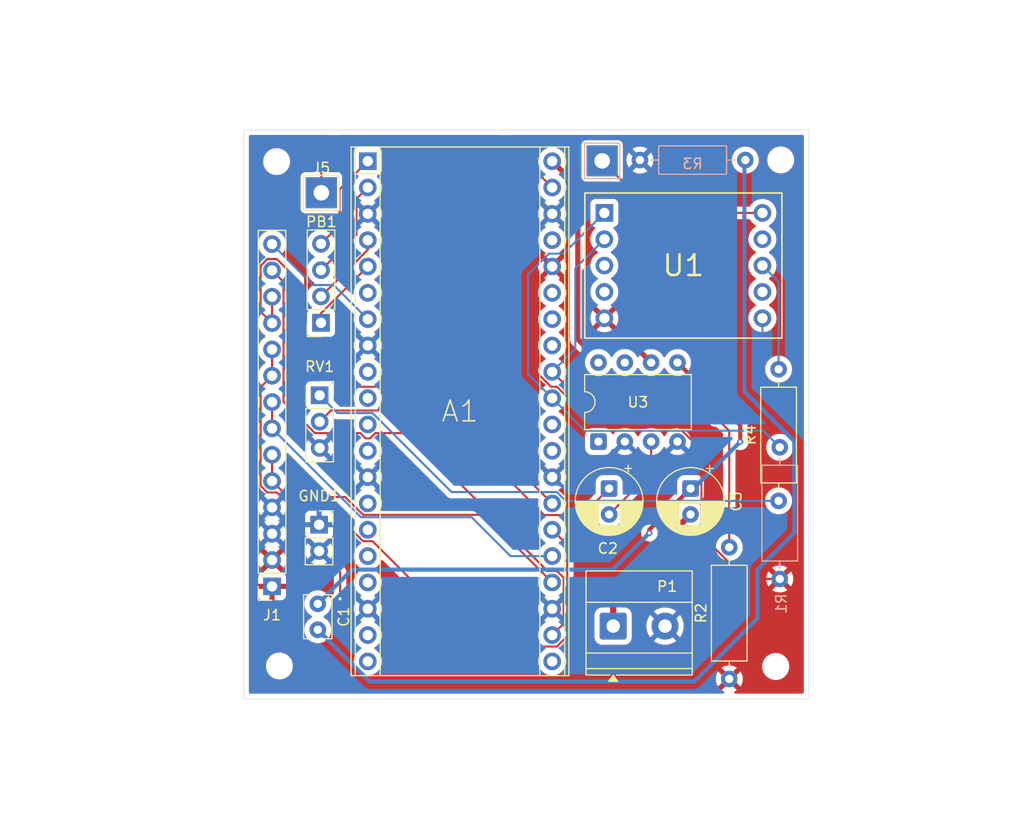
<source format=kicad_pcb>
(kicad_pcb (version 20241229) (generator "pcbnew") (generator_version "9.0")
  (layers (0 "F.Cu" signal) (2 "B.Cu" signal) (13 "F.Paste" user) (15 "B.Paste" user) (5 "F.SilkS" user "F.Silkscreen") (7 "B.SilkS" user "B.Silkscreen") (1 "F.Mask" user) (3 "B.Mask" user) (25 "Edge.Cuts" user))
  (net 0 "")
  (net 1 "GND")
  (net 2 "+3V3")
  (net 3 "Net-(U1-LOUT)")
  (net 9 "Net-(C1-Pad1)")
  (net 10 "Net-(C1-Pad2)")
  (net 11 "Net-(C2-Pad2)")
  (net 12 "Net-(C2-Pad1)")
  (net 13 "Net-(C3-Pad2)")
  (net 14 "Net-(A1-VSYS)")
  (net 16 "Net-(A1-GPIO18)")
  (net 17 "Net-(A1-GPIO26_ADC0)")
  (net 18 "Net-(A1-GPIO3)")
  (net 21 "Net-(A1-GPIO5)")
  (net 23 "Net-(A1-GPIO21)")
  (net 24 "Net-(A1-GPIO20)")
  (net 34 "Net-(A1-GPIO1)")
  (net 36 "Net-(A1-VBUS)")
  (net 37 "Net-(Antennae1-Pin_1)")
  (net 38 "Net-(A1-GPIO19)")
  (net 40 "Net-(A1-GPIO0)")
  (net 42 "Net-(A1-GPIO2)")
  (net 43 "Net-(A1-GPIO27_ADC1)")
  (net 44 "Net-(A1-GPIO17)")
  (net 46 "Net-(R4-Pad1)")
  (footprint "Capacitor_THT:C_Rect_L4.0mm_W2.5mm_P2.50mm" (layer "F.Cu") (at 101.32 111.17 -90)
    (property "Reference" "C1" (at 1.25 -2.5 90) (layer "F.SilkS"))
    (property "Value" "0.05uF")
    (pad "1" thru_hole circle (at 0 0 270) (size 1.6 1.6) (drill 0.8) (layers "*.Cu" "*.Mask") (net 9 "Net-(C1-Pad1)"))
    (pad "2" thru_hole circle (at 2.5 0 270) (size 1.6 1.6) (drill 0.8) (layers "*.Cu" "*.Mask") (net 10 "Net-(C1-Pad2)"))
  )
  (footprint "MountingHole:MountingHole_2.1mm" (layer "F.Cu") (at 145.95 68.35)
    (property "Reference" "H1" (hide yes))
    (property "Value" "MountingHole")
    (pad "" np_thru_hole circle (at 0 0) (size 2.1 2.1) (drill 2.1) (layers "*.Cu" "*.Mask"))
  )
  (footprint "Capacitor_THT:CP_Radial_D6.3mm_P2.50mm" (layer "F.Cu") (at 129.41 100.05 -90)
    (property "Reference" "C2" (at 5.78 0.13 0) (layer "F.SilkS"))
    (property "Value" "10uF")
    (pad "1" thru_hole roundrect (at 0 0 270) (size 1.6 1.6) (drill 0.8) (layers "*.Cu" "*.Mask") (roundrect_rratio 0.15625) (net 12 "Net-(C2-Pad1)"))
    (pad "2" thru_hole circle (at 2.5 0 270) (size 1.6 1.6) (drill 0.8) (layers "*.Cu" "*.Mask") (net 11 "Net-(C2-Pad2)"))
  )
  (footprint "Package_DIP:DIP-8_W7.62mm" (layer "F.Cu") (at 128.38 95.52 90)
    (property "Reference" "U3" (at 3.8 3.81 180) (layer "F.SilkS"))
    (property "Value" "LM386N-4_NOPB")
    (pad "1" thru_hole roundrect (at 0 0 90) (size 1.6 1.6) (drill 0.8) (layers "*.Cu" "*.Mask") (roundrect_rratio 0.15625))
    (pad "2" thru_hole circle (at 0 2.54 90) (size 1.6 1.6) (drill 0.8) (layers "*.Cu" "*.Mask") (net 1 "GND"))
    (pad "3" thru_hole circle (at 0 5.08 90) (size 1.6 1.6) (drill 0.8) (layers "*.Cu" "*.Mask") (net 11 "Net-(C2-Pad2)"))
    (pad "4" thru_hole circle (at 0 7.62 90) (size 1.6 1.6) (drill 0.8) (layers "*.Cu" "*.Mask") (net 1 "GND"))
    (pad "5" thru_hole circle (at 7.62 7.62 90) (size 1.6 1.6) (drill 0.8) (layers "*.Cu" "*.Mask") (net 9 "Net-(C1-Pad1)"))
    (pad "6" thru_hole circle (at 7.62 5.08 90) (size 1.6 1.6) (drill 0.8) (layers "*.Cu" "*.Mask") (net 36 "Net-(A1-VBUS)"))
    (pad "7" thru_hole circle (at 7.62 2.54 90) (size 1.6 1.6) (drill 0.8) (layers "*.Cu" "*.Mask"))
    (pad "8" thru_hole circle (at 7.62 0 90) (size 1.6 1.6) (drill 0.8) (layers "*.Cu" "*.Mask"))
  )
  (footprint "MountingHole:MountingHole_2.1mm" (layer "F.Cu") (at 145.47 117.22)
    (property "Reference" "H4" (hide yes))
    (property "Value" "MountingHole")
    (pad "" np_thru_hole circle (at 0 0) (size 2.1 2.1) (drill 2.1) (layers "*.Cu" "*.Mask"))
  )
  (footprint "Resistor_THT:R_Axial_DIN0309_L9.0mm_D3.2mm_P12.70mm_Horizontal" (layer "F.Cu") (at 140.99 118.42 90)
    (property "Reference" "R2" (at 6.35 -2.72 90) (layer "F.SilkS"))
    (property "Value" "2k")
    (pad "1" thru_hole circle (at 0 0 90) (size 1.6 1.6) (drill 0.8) (layers "*.Cu" "*.Mask") (net 2 "+3V3"))
    (pad "2" thru_hole circle (at 12.7 0 90) (size 1.6 1.6) (drill 0.8) (layers "*.Cu" "*.Mask") (net 43 "Net-(A1-GPIO27_ADC1)"))
  )
  (footprint "Connector_PinSocket_2.54mm:PinSocket_1x14_P2.54mm_Vertical" (layer "F.Cu") (at 96.91 109.49 180)
    (property "Reference" "J1" (at 0 -2.77 0) (layer "F.SilkS"))
    (property "Value" "OLED_SCREENS")
    (pad "1" thru_hole rect (at 0 0 180) (size 1.7 1.7) (drill 1) (layers "*.Cu" "*.Mask") (net 2 "+3V3"))
    (pad "2" thru_hole circle (at 0 2.54 180) (size 1.7 1.7) (drill 1) (layers "*.Cu" "*.Mask") (net 2 "+3V3"))
    (pad "3" thru_hole circle (at 0 5.08 180) (size 1.7 1.7) (drill 1) (layers "*.Cu" "*.Mask") (net 1 "GND"))
    (pad "4" thru_hole circle (at 0 7.62 180) (size 1.7 1.7) (drill 1) (layers "*.Cu" "*.Mask") (net 1 "GND"))
    (pad "5" thru_hole circle (at 0 10.16 180) (size 1.7 1.7) (drill 1) (layers "*.Cu" "*.Mask") (net 16 "Net-(A1-GPIO18)"))
    (pad "6" thru_hole circle (at 0 12.7 180) (size 1.7 1.7) (drill 1) (layers "*.Cu" "*.Mask") (net 16 "Net-(A1-GPIO18)"))
    (pad "7" thru_hole circle (at 0 15.24 180) (size 1.7 1.7) (drill 1) (layers "*.Cu" "*.Mask") (net 38 "Net-(A1-GPIO19)"))
    (pad "8" thru_hole circle (at 0 17.78 180) (size 1.7 1.7) (drill 1) (layers "*.Cu" "*.Mask") (net 38 "Net-(A1-GPIO19)"))
    (pad "9" thru_hole circle (at 0 20.32 180) (size 1.7 1.7) (drill 1) (layers "*.Cu" "*.Mask") (net 24 "Net-(A1-GPIO20)"))
    (pad "10" thru_hole circle (at 0 22.86 180) (size 1.7 1.7) (drill 1) (layers "*.Cu" "*.Mask") (net 24 "Net-(A1-GPIO20)"))
    (pad "11" thru_hole circle (at 0 25.4 180) (size 1.7 1.7) (drill 1) (layers "*.Cu" "*.Mask") (net 23 "Net-(A1-GPIO21)"))
    (pad "12" thru_hole circle (at 0 27.94 180) (size 1.7 1.7) (drill 1) (layers "*.Cu" "*.Mask") (net 23 "Net-(A1-GPIO21)"))
    (pad "13" thru_hole circle (at 0 30.48 180) (size 1.7 1.7) (drill 1) (layers "*.Cu" "*.Mask") (net 44 "Net-(A1-GPIO17)"))
    (pad "14" thru_hole circle (at 0 33.02 180) (size 1.7 1.7) (drill 1) (layers "*.Cu" "*.Mask") (net 21 "Net-(A1-GPIO5)"))
  )
  (footprint "Resistor_THT:R_Axial_DIN0309_L9.0mm_D3.2mm_P12.70mm_Horizontal" (layer "F.Cu") (at 145.75 101.24 90)
    (property "Reference" "R4" (at 6.35 -2.72 90) (layer "F.SilkS"))
    (property "Value" "10K")
    (pad "1" thru_hole circle (at 0 0 90) (size 1.6 1.6) (drill 0.8) (layers "*.Cu" "*.Mask") (net 46 "Net-(R4-Pad1)"))
    (pad "2" thru_hole circle (at 12.7 0 90) (size 1.6 1.6) (drill 0.8) (layers "*.Cu" "*.Mask") (net 3 "Net-(U1-LOUT)"))
  )
  (footprint "Connector_PinSocket_2.54mm:PinSocket_1x02_P2.54mm_Vertical" (layer "F.Cu") (at 101.445 103.54)
    (property "Reference" "GND1" (at 0 -2.77 0) (layer "F.SilkS"))
    (property "Value" "Conn_01x02_Socket")
    (pad "1" thru_hole rect (at 0 0) (size 1.7 1.7) (drill 1) (layers "*.Cu" "*.Mask") (net 1 "GND"))
    (pad "2" thru_hole circle (at 0 2.54) (size 1.7 1.7) (drill 1) (layers "*.Cu" "*.Mask") (net 1 "GND"))
  )
  (footprint "Connector_PinSocket_2.54mm:PinSocket_1x03_P2.54mm_Vertical" (layer "F.Cu") (at 101.5 91.06)
    (property "Reference" "RV1" (at 0 -2.77 0) (layer "F.SilkS"))
    (property "Value" "10K")
    (pad "1" thru_hole rect (at 0 0) (size 1.7 1.7) (drill 1) (layers "*.Cu" "*.Mask") (net 46 "Net-(R4-Pad1)"))
    (pad "2" thru_hole circle (at 0 2.54) (size 1.7 1.7) (drill 1) (layers "*.Cu" "*.Mask") (net 12 "Net-(C2-Pad1)"))
    (pad "3" thru_hole circle (at 0 5.08) (size 1.7 1.7) (drill 1) (layers "*.Cu" "*.Mask") (net 1 "GND"))
  )
  (footprint "ECE 299:RPi_Pico_TH" (layer "F.Cu") (at 115.03 92.6)
    (property "Reference" "A1" (at 0 0 0) (layer "F.SilkS") (effects (font (size 2 2))))
    (property "Value" "RaspberryPi_Pico_W")
    (pad "1" thru_hole rect (at -8.89 -24.13) (size 1.7 1.7) (drill 1) (layers "*.Cu" "*.Mask") (net 40 "Net-(A1-GPIO0)"))
    (pad "2" thru_hole circle (at -8.89 -21.59) (size 1.7 1.7) (drill 1) (layers "*.Cu" "*.Mask") (net 34 "Net-(A1-GPIO1)"))
    (pad "3" thru_hole circle (at -8.89 -19.05) (size 1.7 1.7) (drill 1) (layers "*.Cu" "*.Mask") (net 1 "GND"))
    (pad "4" thru_hole circle (at -8.89 -16.51) (size 1.7 1.7) (drill 1) (layers "*.Cu" "*.Mask") (net 42 "Net-(A1-GPIO2)"))
    (pad "5" thru_hole circle (at -8.89 -13.97) (size 1.7 1.7) (drill 1) (layers "*.Cu" "*.Mask") (net 18 "Net-(A1-GPIO3)"))
    (pad "6" thru_hole circle (at -8.89 -11.43) (size 1.7 1.7) (drill 1) (layers "*.Cu" "*.Mask"))
    (pad "7" thru_hole circle (at -8.89 -8.89) (size 1.7 1.7) (drill 1) (layers "*.Cu" "*.Mask") (net 21 "Net-(A1-GPIO5)"))
    (pad "8" thru_hole circle (at -8.89 -6.35) (size 1.7 1.7) (drill 1) (layers "*.Cu" "*.Mask") (net 1 "GND"))
    (pad "9" thru_hole circle (at -8.89 -3.81) (size 1.7 1.7) (drill 1) (layers "*.Cu" "*.Mask"))
    (pad "10" thru_hole circle (at -8.89 -1.27) (size 1.7 1.7) (drill 1) (layers "*.Cu" "*.Mask"))
    (pad "11" thru_hole circle (at -8.89 1.27) (size 1.7 1.7) (drill 1) (layers "*.Cu" "*.Mask"))
    (pad "12" thru_hole circle (at -8.89 3.81) (size 1.7 1.7) (drill 1) (layers "*.Cu" "*.Mask"))
    (pad "13" thru_hole circle (at -8.89 6.35) (size 1.7 1.7) (drill 1) (layers "*.Cu" "*.Mask") (net 1 "GND"))
    (pad "14" thru_hole circle (at -8.89 8.89) (size 1.7 1.7) (drill 1) (layers "*.Cu" "*.Mask"))
    (pad "15" thru_hole circle (at -8.89 11.43) (size 1.7 1.7) (drill 1) (layers "*.Cu" "*.Mask"))
    (pad "16" thru_hole circle (at -8.89 13.97) (size 1.7 1.7) (drill 1) (layers "*.Cu" "*.Mask"))
    (pad "17" thru_hole circle (at -8.89 16.51) (size 1.7 1.7) (drill 1) (layers "*.Cu" "*.Mask"))
    (pad "18" thru_hole circle (at -8.89 19.05) (size 1.7 1.7) (drill 1) (layers "*.Cu" "*.Mask") (net 1 "GND"))
    (pad "19" thru_hole circle (at -8.89 21.59) (size 1.7 1.7) (drill 1) (layers "*.Cu" "*.Mask"))
    (pad "20" thru_hole circle (at -8.89 24.13) (size 1.7 1.7) (drill 1) (layers "*.Cu" "*.Mask"))
    (pad "21" thru_hole circle (at 8.89 24.13) (size 1.7 1.7) (drill 1) (layers "*.Cu" "*.Mask"))
    (pad "22" thru_hole circle (at 8.89 21.59) (size 1.7 1.7) (drill 1) (layers "*.Cu" "*.Mask") (net 44 "Net-(A1-GPIO17)"))
    (pad "23" thru_hole circle (at 8.89 19.05) (size 1.7 1.7) (drill 1) (layers "*.Cu" "*.Mask") (net 1 "GND"))
    (pad "24" thru_hole circle (at 8.89 16.51) (size 1.7 1.7) (drill 1) (layers "*.Cu" "*.Mask") (net 16 "Net-(A1-GPIO18)"))
    (pad "25" thru_hole circle (at 8.89 13.97) (size 1.7 1.7) (drill 1) (layers "*.Cu" "*.Mask") (net 38 "Net-(A1-GPIO19)"))
    (pad "26" thru_hole circle (at 8.89 11.43) (size 1.7 1.7) (drill 1) (layers "*.Cu" "*.Mask") (net 24 "Net-(A1-GPIO20)"))
    (pad "27" thru_hole circle (at 8.89 8.89) (size 1.7 1.7) (drill 1) (layers "*.Cu" "*.Mask") (net 23 "Net-(A1-GPIO21)"))
    (pad "28" thru_hole circle (at 8.89 6.35) (size 1.7 1.7) (drill 1) (layers "*.Cu" "*.Mask") (net 1 "GND"))
    (pad "29" thru_hole circle (at 8.89 3.81) (size 1.7 1.7) (drill 1) (layers "*.Cu" "*.Mask"))
    (pad "30" thru_hole circle (at 8.89 1.27) (size 1.7 1.7) (drill 1) (layers "*.Cu" "*.Mask"))
    (pad "31" thru_hole circle (at 8.89 -1.27) (size 1.7 1.7) (drill 1) (layers "*.Cu" "*.Mask") (net 17 "Net-(A1-GPIO26_ADC0)"))
    (pad "32" thru_hole circle (at 8.89 -3.81) (size 1.7 1.7) (drill 1) (layers "*.Cu" "*.Mask") (net 43 "Net-(A1-GPIO27_ADC1)"))
    (pad "33" thru_hole circle (at 8.89 -6.35) (size 1.7 1.7) (drill 1) (layers "*.Cu" "*.Mask"))
    (pad "34" thru_hole circle (at 8.89 -8.89) (size 1.7 1.7) (drill 1) (layers "*.Cu" "*.Mask"))
    (pad "35" thru_hole circle (at 8.89 -11.43) (size 1.7 1.7) (drill 1) (layers "*.Cu" "*.Mask"))
    (pad "36" thru_hole circle (at 8.89 -13.97) (size 1.7 1.7) (drill 1) (layers "*.Cu" "*.Mask") (net 2 "+3V3"))
    (pad "37" thru_hole circle (at 8.89 -16.51) (size 1.7 1.7) (drill 1) (layers "*.Cu" "*.Mask"))
    (pad "38" thru_hole circle (at 8.89 -19.05) (size 1.7 1.7) (drill 1) (layers "*.Cu" "*.Mask") (net 1 "GND"))
    (pad "39" thru_hole circle (at 8.89 -21.59) (size 1.7 1.7) (drill 1) (layers "*.Cu" "*.Mask") (net 14 "Net-(A1-VSYS)"))
    (pad "40" thru_hole circle (at 8.89 -24.13) (size 1.7 1.7) (drill 1) (layers "*.Cu" "*.Mask") (net 36 "Net-(A1-VBUS)"))
  )
  (footprint "Connector_PinSocket_2.54mm:PinSocket_1x04_P2.54mm_Vertical" (layer "F.Cu") (at 101.63 84.06 180)
    (property "Reference" "PB1" (at -0.03 9.74 0) (layer "F.SilkS"))
    (property "Value" "Conn_01x04_Socket")
    (pad "1" thru_hole rect (at 0 0 180) (size 1.7 1.7) (drill 1) (layers "*.Cu" "*.Mask") (net 18 "Net-(A1-GPIO3)"))
    (pad "2" thru_hole circle (at 0 2.54 180) (size 1.7 1.7) (drill 1) (layers "*.Cu" "*.Mask") (net 42 "Net-(A1-GPIO2)"))
    (pad "3" thru_hole circle (at 0 5.08 180) (size 1.7 1.7) (drill 1) (layers "*.Cu" "*.Mask") (net 34 "Net-(A1-GPIO1)"))
    (pad "4" thru_hole circle (at 0 7.62 180) (size 1.7 1.7) (drill 1) (layers "*.Cu" "*.Mask") (net 40 "Net-(A1-GPIO0)"))
  )
  (footprint "MountingHole:MountingHole_2.1mm" (layer "F.Cu") (at 97.62 117.17)
    (property "Reference" "H3" (hide yes))
    (property "Value" "MountingHole")
    (pad "" np_thru_hole circle (at 0 0) (size 2.1 2.1) (drill 2.1) (layers "*.Cu" "*.Mask"))
  )
  (footprint "MountingHole:MountingHole_2.1mm" (layer "F.Cu") (at 97.35 68.51)
    (property "Reference" "H2" (hide yes))
    (property "Value" "MountingHole")
    (pad "" np_thru_hole circle (at 0 0) (size 2.1 2.1) (drill 2.1) (layers "*.Cu" "*.Mask"))
  )
  (footprint "ECE 299:RDA5807M_Module_TH" (layer "F.Cu") (at 136.57 78.54)
    (property "Reference" "U1" (at 0 0 0) (layer "F.SilkS") (effects (font (size 2 2) (thickness 0.25))))
    (property "Value" "RDA5807M_Module")
    (pad "1" thru_hole rect (at -7.62 -5.08 180) (size 1.7 1.7) (drill 1) (layers "*.Cu" "*.Mask") (net 17 "Net-(A1-GPIO26_ADC0)"))
    (pad "2" thru_hole circle (at -7.62 -2.54 180) (size 1.7 1.7) (drill 1) (layers "*.Cu" "*.Mask") (net 43 "Net-(A1-GPIO27_ADC1)"))
    (pad "3" thru_hole circle (at -7.62 0 180) (size 1.7 1.7) (drill 1) (layers "*.Cu" "*.Mask"))
    (pad "4" thru_hole circle (at -7.62 2.54 180) (size 1.7 1.7) (drill 1) (layers "*.Cu" "*.Mask"))
    (pad "5" thru_hole circle (at -7.62 5.08 180) (size 1.7 1.7) (drill 1) (layers "*.Cu" "*.Mask") (net 2 "+3V3"))
    (pad "6" thru_hole circle (at 7.62 5.08 180) (size 1.7 1.7) (drill 1) (layers "*.Cu" "*.Mask") (net 1 "GND"))
    (pad "7" thru_hole circle (at 7.62 2.54 180) (size 1.7 1.7) (drill 1) (layers "*.Cu" "*.Mask"))
    (pad "8" thru_hole circle (at 7.62 0 180) (size 1.7 1.7) (drill 1) (layers "*.Cu" "*.Mask") (net 3 "Net-(U1-LOUT)"))
    (pad "9" thru_hole circle (at 7.62 -2.54 180) (size 1.7 1.7) (drill 1) (layers "*.Cu" "*.Mask"))
    (pad "10" thru_hole circle (at 7.62 -5.08 180) (size 1.7 1.7) (drill 1) (layers "*.Cu" "*.Mask") (net 37 "Net-(Antennae1-Pin_1)"))
  )
  (footprint "TerminalBlock_Phoenix:TerminalBlock_Phoenix_MKDS-1,5-2_1x02_P5.00mm_Horizontal" (layer "F.Cu") (at 129.8 113.3225)
    (property "Reference" "P1" (at 5.2 -3.8225 0) (layer "F.SilkS"))
    (property "Value" "Speaker_Connect")
    (pad "1" thru_hole roundrect (at 0 0) (size 2.6 2.6) (drill 1.3) (layers "*.Cu" "*.Mask") (roundrect_rratio 0.096154) (net 13 "Net-(C3-Pad2)"))
    (pad "2" thru_hole circle (at 5 0) (size 2.6 2.6) (drill 1.3) (layers "*.Cu" "*.Mask") (net 1 "GND"))
  )
  (footprint "TestPoint:TestPoint_THTPad_3.0x3.0mm_Drill1.5mm" (layer "F.Cu") (at 101.66 71.52)
    (property "Reference" "J5" (at 0 -2.398 0) (layer "F.SilkS"))
    (property "Value" "5V5_INPUT_PIN")
    (pad "1" thru_hole rect (at 0 0) (size 3 3) (drill 1.5) (layers "*.Cu" "*.Mask") (net 14 "Net-(A1-VSYS)"))
  )
  (footprint "Capacitor_THT:CP_Radial_D6.3mm_P2.50mm" (layer "F.Cu") (at 137.26 100.05 -90)
    (property "Reference" "C3" (at 1.25 -4.4 90) (layer "F.SilkS"))
    (property "Value" "250uF")
    (pad "1" thru_hole roundrect (at 0 0 270) (size 1.6 1.6) (drill 0.8) (layers "*.Cu" "*.Mask") (roundrect_rratio 0.15625) (net 9 "Net-(C1-Pad1)"))
    (pad "2" thru_hole circle (at 2.5 0 270) (size 1.6 1.6) (drill 0.8) (layers "*.Cu" "*.Mask") (net 13 "Net-(C3-Pad2)"))
  )
  (footprint "Resistor_THT:R_Axial_DIN0309_L9.0mm_D3.2mm_P12.70mm_Horizontal" (layer "B.Cu") (at 145.86 108.77 90)
    (property "Reference" "R1" (at -2.39 0.15 90) (layer "B.SilkS") (effects (justify mirror)))
    (property "Value" "2k")
    (pad "1" thru_hole circle (at 0 0 90) (size 1.6 1.6) (drill 0.8) (layers "*.Cu" "*.Mask") (net 2 "+3V3"))
    (pad "2" thru_hole circle (at 12.7 0 90) (size 1.6 1.6) (drill 0.8) (layers "*.Cu" "*.Mask") (net 17 "Net-(A1-GPIO26_ADC0)"))
  )
  (footprint "TestPoint:TestPoint_THTPad_3.0x3.0mm_Drill1.5mm" (layer "B.Cu") (at 128.74 68.44 180)
    (property "Reference" "Antennae1" (hide yes))
    (property "Value" "GND_PIN")
    (pad "1" thru_hole rect (at 0 0 180) (size 3 3) (drill 1.5) (layers "*.Cu" "*.Mask") (net 37 "Net-(Antennae1-Pin_1)"))
  )
  (footprint "Resistor_THT:R_Axial_DIN0207_L6.3mm_D2.5mm_P10.16mm_Horizontal" (layer "B.Cu") (at 142.54 68.36 180)
    (property "Reference" "R3" (at 5.08 -0.36 0) (layer "B.SilkS") (effects (justify mirror)))
    (property "Value" "10")
    (pad "1" thru_hole circle (at 0 0 180) (size 1.6 1.6) (drill 0.8) (layers "*.Cu" "*.Mask") (net 10 "Net-(C1-Pad2)"))
    (pad "2" thru_hole circle (at 10.16 0 180) (size 1.6 1.6) (drill 0.8) (layers "*.Cu" "*.Mask") (net 1 "GND"))
  )
  (gr_rect (start 94.18 65.45) (end 148.68 120.34) (stroke (width 0.05)) (fill no) (layer "Edge.Cuts"))
  (segment (start 103.47 108.105) (end 101.445 106.08) (width 0.2) (layer "F.Cu") (net 1))
  (segment (start 103.47 110.69) (end 103.47 108.105) (width 0.2) (layer "F.Cu") (net 1))
  (via (at 103.47 110.69) (size 0.6) (drill 0.3) (layers "F.Cu" "B.Cu") (net 1))
  (segment (start 144.19 83.62) (end 144.19 86.04) (width 0.2) (layer "B.Cu") (net 1))
  (segment (start 106.14 111.65) (end 105.18 110.69) (width 0.2) (layer "B.Cu") (net 1))
  (segment (start 105.18 110.69) (end 103.47 110.69) (width 0.2) (layer "B.Cu") (net 1))
  (segment (start 126.57805 92.431) (end 124.37605 90.229) (width 0.2) (layer "F.Cu") (net 2))
  (segment (start 145.86 108.77) (end 142.553661 108.77) (width 0.2) (layer "F.Cu") (net 2))
  (segment (start 134.397339 92.431) (end 126.57805 92.431) (width 0.2) (layer "F.Cu") (net 2))
  (segment (start 138.311 96.344661) (end 134.397339 92.431) (width 0.2) (layer "F.Cu") (net 2))
  (segment (start 121.13 87.55705) (end 121.13 81.42) (width 0.2) (layer "F.Cu") (net 2))
  (segment (start 144.19 107.1) (end 145.86 108.77) (width 0.2) (layer "F.Cu") (net 2))
  (segment (start 138.311 104.527339) (end 138.311 96.344661) (width 0.2) (layer "F.Cu") (net 2))
  (segment (start 142.553661 108.77) (end 138.311 104.527339) (width 0.2) (layer "F.Cu") (net 2))
  (segment (start 123.80195 90.229) (end 121.13 87.55705) (width 0.2) (layer "F.Cu") (net 2))
  (segment (start 124.37605 90.229) (end 123.80195 90.229) (width 0.2) (layer "F.Cu") (net 2))
  (segment (start 121.13 81.42) (end 123.92 78.63) (width 0.2) (layer "F.Cu") (net 2))
  (segment (start 145.75 80.1) (end 145.75 88.54) (width 0.2) (layer "B.Cu") (net 3))
  (segment (start 144.19 78.54) (end 145.75 80.1) (width 0.2) (layer "B.Cu") (net 3))
  (segment (start 133.29 104.02) (end 137.26 100.05) (width 0.4) (layer "F.Cu") (net 9))
  (segment (start 142.05 93.95) (end 136 87.9) (width 0.4) (layer "F.Cu") (net 9))
  (segment (start 133.29 104.02) (end 133.29 104.34) (width 0.4) (layer "F.Cu") (net 9))
  (segment (start 142.05 95.54) (end 142.05 93.95) (width 0.4) (layer "F.Cu") (net 9))
  (via (at 142.05 95.54) (size 0.6) (drill 0.3) (layers "F.Cu" "B.Cu") (net 9))
  (via (at 133.29 104.34) (size 0.6) (drill 0.3) (layers "F.Cu" "B.Cu") (net 9))
  (segment (start 129.76 107.87) (end 133.29 104.34) (width 0.4) (layer "B.Cu") (net 9))
  (segment (start 104.62 107.87) (end 129.76 107.87) (width 0.4) (layer "B.Cu") (net 9))
  (segment (start 101.32 111.17) (end 104.62 107.87) (width 0.4) (layer "B.Cu") (net 9))
  (segment (start 137.54 100.05) (end 142.05 95.54) (width 0.4) (layer "B.Cu") (net 9))
  (segment (start 137.26 100.05) (end 137.54 100.05) (width 0.2) (layer "B.Cu") (net 9))
  (segment (start 143.7 112.58) (end 143.7 107.87) (width 0.4) (layer "B.Cu") (net 10))
  (segment (start 147.262 95.489272) (end 142.45 90.677272) (width 0.4) (layer "B.Cu") (net 10))
  (segment (start 137.61 118.67) (end 143.7 112.58) (width 0.4) (layer "B.Cu") (net 10))
  (segment (start 106.32 118.67) (end 137.61 118.67) (width 0.4) (layer "B.Cu") (net 10))
  (segment (start 101.32 113.67) (end 106.32 118.67) (width 0.4) (layer "B.Cu") (net 10))
  (segment (start 147.262 104.308) (end 147.262 95.489272) (width 0.4) (layer "B.Cu") (net 10))
  (segment (start 142.45 90.677272) (end 142.45 68.45) (width 0.4) (layer "B.Cu") (net 10))
  (segment (start 142.45 68.45) (end 142.54 68.36) (width 0.2) (layer "B.Cu") (net 10))
  (segment (start 143.7 107.87) (end 147.262 104.308) (width 0.4) (layer "B.Cu") (net 10))
  (segment (start 129.41 102.55) (end 133.46 98.5) (width 0.2) (layer "F.Cu") (net 11))
  (segment (start 133.46 98.5) (end 133.46 95.52) (width 0.2) (layer "F.Cu") (net 11))
  (segment (start 113.06 92.52) (end 102.58 92.52) (width 0.2) (layer "F.Cu") (net 12))
  (segment (start 126.85 102.61) (end 123.15 102.61) (width 0.2) (layer "F.Cu") (net 12))
  (segment (start 129.41 100.05) (end 126.85 102.61) (width 0.2) (layer "F.Cu") (net 12))
  (segment (start 123.15 102.61) (end 113.06 92.52) (width 0.2) (layer "F.Cu") (net 12))
  (segment (start 102.58 92.52) (end 101.5 93.6) (width 0.2) (layer "F.Cu") (net 12))
  (segment (start 129.8 113.3225) (end 129.8 110.01) (width 0.6) (layer "F.Cu") (net 13))
  (segment (start 129.8 110.01) (end 137.26 102.55) (width 0.6) (layer "F.Cu") (net 13))
  (segment (start 103.449 66.051) (end 118.961 66.051) (width 0.2) (layer "F.Cu") (net 14))
  (segment (start 101.66 71.52) (end 101.66 67.84) (width 0.2) (layer "F.Cu") (net 14))
  (segment (start 101.66 67.84) (end 103.449 66.051) (width 0.2) (layer "F.Cu") (net 14))
  (segment (start 118.961 66.051) (end 123.92 71.01) (width 0.2) (layer "F.Cu") (net 14))
  (segment (start 98.45 100.87) (end 103.95 100.87) (width 0.2) (layer "F.Cu") (net 16))
  (segment (start 105.039 101.94605) (end 105.68395 102.591) (width 0.2) (layer "F.Cu") (net 16))
  (segment (start 105.68395 102.591) (end 117.401 102.591) (width 0.2) (layer "F.Cu") (net 16))
  (segment (start 96.91 99.33) (end 98.45 100.87) (width 0.2) (layer "F.Cu") (net 16))
  (segment (start 105.02605 101.94605) (end 105.039 101.94605) (width 0.2) (layer "F.Cu") (net 16))
  (segment (start 103.95 100.87) (end 105.02605 101.94605) (width 0.2) (layer "F.Cu") (net 16))
  (segment (start 96.91 99.33) (end 96.91 96.79) (width 0.2) (layer "F.Cu") (net 16))
  (segment (start 117.401 102.591) (end 123.92 109.11) (width 0.2) (layer "F.Cu") (net 16))
  (segment (start 125.021 77.389) (end 123.60395 77.389) (width 0.2) (layer "B.Cu") (net 17))
  (segment (start 127.059 94.469) (end 123.92 91.33) (width 0.2) (layer "B.Cu") (net 17))
  (segment (start 144.259 94.469) (end 127.059 94.469) (width 0.2) (layer "B.Cu") (net 17))
  (segment (start 121.59 89) (end 123.92 91.33) (width 0.2) (layer "B.Cu") (net 17))
  (segment (start 128.95 73.46) (end 125.021 77.389) (width 0.2) (layer "B.Cu") (net 17))
  (segment (start 145.86 96.07) (end 144.259 94.469) (width 0.2) (layer "B.Cu") (net 17))
  (segment (start 121.59 79.40295) (end 121.59 89) (width 0.2) (layer "B.Cu") (net 17))
  (segment (start 123.60395 77.389) (end 121.59 79.40295) (width 0.2) (layer "B.Cu") (net 17))
  (segment (start 101.63 84.06) (end 101.63 83.14) (width 0.2) (layer "F.Cu") (net 18))
  (segment (start 101.63 83.14) (end 106.14 78.63) (width 0.2) (layer "F.Cu") (net 18))
  (segment (start 102.849 80.419) (end 106.14 83.71) (width 0.2) (layer "B.Cu") (net 21))
  (segment (start 96.91 76.47) (end 100.859 80.419) (width 0.2) (layer "B.Cu") (net 21))
  (segment (start 100.859 80.419) (end 102.849 80.419) (width 0.2) (layer "B.Cu") (net 21))
  (segment (start 99.4 79.94295) (end 99.4 84.93) (width 0.2) (layer "F.Cu") (net 23))
  (segment (start 97.36605 77.909) (end 99.4 79.94295) (width 0.2) (layer "F.Cu") (net 23))
  (segment (start 95.809 82.989) (end 95.809 78.55395) (width 0.2) (layer "F.Cu") (net 23))
  (segment (start 95.809 78.55395) (end 96.45395 77.909) (width 0.2) (layer "F.Cu") (net 23))
  (segment (start 112.659 90.229) (end 123.92 101.49) (width 0.2) (layer "F.Cu") (net 23))
  (segment (start 104.699 90.229) (end 112.659 90.229) (width 0.2) (layer "F.Cu") (net 23))
  (segment (start 96.91 84.09) (end 95.809 82.989) (width 0.2) (layer "F.Cu") (net 23))
  (segment (start 96.45395 77.909) (end 97.36605 77.909) (width 0.2) (layer "F.Cu") (net 23))
  (segment (start 99.4 84.93) (end 104.699 90.229) (width 0.2) (layer "F.Cu") (net 23))
  (segment (start 96.91 84.09) (end 96.91 81.55) (width 0.2) (layer "F.Cu") (net 23))
  (segment (start 125.372 105.482) (end 125.372 114.29505) (width 0.2) (layer "F.Cu") (net 24))
  (segment (start 106.59605 105.131) (end 105.68395 105.131) (width 0.2) (layer "F.Cu") (net 24))
  (segment (start 95.809 90.271) (end 96.91 89.17) (width 0.2) (layer "F.Cu") (net 24))
  (segment (start 124.37605 115.291) (end 116.75605 115.291) (width 0.2) (layer "F.Cu") (net 24))
  (segment (start 95.809 99.78605) (end 95.809 90.271) (width 0.2) (layer "F.Cu") (net 24))
  (segment (start 96.45395 100.431) (end 95.809 99.78605) (width 0.2) (layer "F.Cu") (net 24))
  (segment (start 102.64395 102.091) (end 99.02605 102.091) (width 0.2) (layer "F.Cu") (net 24))
  (segment (start 116.75605 115.291) (end 106.59605 105.131) (width 0.2) (layer "F.Cu") (net 24))
  (segment (start 123.92 104.03) (end 125.372 105.482) (width 0.2) (layer "F.Cu") (net 24))
  (segment (start 96.91 89.17) (end 96.91 86.63) (width 0.2) (layer "F.Cu") (net 24))
  (segment (start 105.68395 105.131) (end 102.64395 102.091) (width 0.2) (layer "F.Cu") (net 24))
  (segment (start 99.02605 102.091) (end 97.36605 100.431) (width 0.2) (layer "F.Cu") (net 24))
  (segment (start 125.372 114.29505) (end 124.37605 115.291) (width 0.2) (layer "F.Cu") (net 24))
  (segment (start 97.36605 100.431) (end 96.45395 100.431) (width 0.2) (layer "F.Cu") (net 24))
  (segment (start 105.039 75.571) (end 105.039 72.111) (width 0.2) (layer "F.Cu") (net 34))
  (segment (start 105.039 72.111) (end 106.14 71.01) (width 0.2) (layer "F.Cu") (net 34))
  (segment (start 101.63 78.98) (end 105.039 75.571) (width 0.2) (layer "F.Cu") (net 34))
  (segment (start 126.94 86.2) (end 126.39 85.65) (width 0.5) (layer "F.Cu") (net 36))
  (segment (start 133.46 87.9) (end 131.76 86.2) (width 0.5) (layer "F.Cu") (net 36))
  (segment (start 126.39 70.94) (end 123.92 68.47) (width 0.5) (layer "F.Cu") (net 36))
  (segment (start 131.76 86.2) (end 126.94 86.2) (width 0.5) (layer "F.Cu") (net 36))
  (segment (start 126.39 85.65) (end 126.39 70.94) (width 0.5) (layer "F.Cu") (net 36))
  (segment (start 133.76 73.46) (end 144.19 73.46) (width 0.2) (layer "F.Cu") (net 37))
  (segment (start 128.74 68.44) (end 133.76 73.46) (width 0.2) (layer "F.Cu") (net 37))
  (segment (start 96.91 94.25) (end 96.91 91.71) (width 0.2) (layer "F.Cu") (net 38))
  (segment (start 119.900662 106.57) (end 123.92 106.57) (width 0.2) (layer "B.Cu") (net 38))
  (segment (start 116.150662 102.82) (end 119.900662 106.57) (width 0.2) (layer "B.Cu") (net 38))
  (segment (start 96.91 94.25) (end 105.48 102.82) (width 0.2) (layer "B.Cu") (net 38))
  (segment (start 105.48 102.82) (end 116.150662 102.82) (width 0.2) (layer "B.Cu") (net 38))
  (segment (start 101.63 76.44) (end 103.411 74.659) (width 0.2) (layer "F.Cu") (net 40))
  (segment (start 103.411 74.659) (end 103.411 71.199) (width 0.2) (layer "F.Cu") (net 40))
  (segment (start 103.411 71.199) (end 106.14 68.47) (width 0.2) (layer "F.Cu") (net 40))
  (segment (start 101.63 81.52) (end 106.14 77.01) (width 0.2) (layer "F.Cu") (net 42))
  (segment (start 106.14 77.01) (end 106.14 76.09) (width 0.2) (layer "F.Cu") (net 42))
  (segment (start 137.72 91.6) (end 139.598169 93.478169) (width 0.2) (layer "F.Cu") (net 43))
  (segment (start 126.73 91.6) (end 137.72 91.6) (width 0.2) (layer "F.Cu") (net 43))
  (segment (start 139.598169 93.478169) (end 139.978169 93.478169) (width 0.2) (layer "F.Cu") (net 43))
  (segment (start 123.92 88.79) (end 126.73 91.6) (width 0.2) (layer "F.Cu") (net 43))
  (segment (start 139.978169 93.478169) (end 140.99 94.49) (width 0.2) (layer "F.Cu") (net 43))
  (segment (start 140.99 105.72) (end 140.99 94.49) (width 0.2) (layer "F.Cu") (net 43))
  (segment (start 126.15 86.56) (end 123.92 88.79) (width 0.2) (layer "B.Cu") (net 43))
  (segment (start 128.95 76) (end 126.15 78.8) (width 0.2) (layer "B.Cu") (net 43))
  (segment (start 126.15 78.8) (end 126.15 86.56) (width 0.2) (layer "B.Cu") (net 43))
  (segment (start 124.37605 108.009) (end 123.46395 108.009) (width 0.2) (layer "F.Cu") (net 44))
  (segment (start 106.86605 94.701) (end 106.35705 95.21) (width 0.2) (layer "F.Cu") (net 44))
  (segment (start 110.15595 94.701) (end 106.86605 94.701) (width 0.2) (layer "F.Cu") (net 44))
  (segment (start 125.021 108.65395) (end 124.37605 108.009) (width 0.2) (layer "F.Cu") (net 44))
  (segment (start 123.92 114.19) (end 125.021 113.089) (width 0.2) (layer "F.Cu") (net 44))
  (segment (start 123.46395 108.009) (end 110.15595 94.701) (width 0.2) (layer "F.Cu") (net 44))
  (segment (start 101.04395 94.701) (end 98.011 91.66805) (width 0.2) (layer "F.Cu") (net 44))
  (segment (start 106.35705 95.21) (end 105.92295 95.21) (width 0.2) (layer "F.Cu") (net 44))
  (segment (start 105.41395 94.701) (end 101.04395 94.701) (width 0.2) (layer "F.Cu") (net 44))
  (segment (start 98.011 80.111) (end 96.91 79.01) (width 0.2) (layer "F.Cu") (net 44))
  (segment (start 125.021 113.089) (end 125.021 108.65395) (width 0.2) (layer "F.Cu") (net 44))
  (segment (start 105.92295 95.21) (end 105.41395 94.701) (width 0.2) (layer "F.Cu") (net 44))
  (segment (start 98.011 91.66805) (end 98.011 80.111) (width 0.2) (layer "F.Cu") (net 44))
  (segment (start 124.37605 100.389) (end 114.21605 100.389) (width 0.2) (layer "B.Cu") (net 46))
  (segment (start 125.22705 101.24) (end 124.37605 100.389) (width 0.2) (layer "B.Cu") (net 46))
  (segment (start 145.75 101.24) (end 125.22705 101.24) (width 0.2) (layer "B.Cu") (net 46))
  (segment (start 103.209 92.769) (end 101.5 91.06) (width 0.2) (layer "B.Cu") (net 46))
  (segment (start 114.21605 100.389) (end 106.59605 92.769) (width 0.2) (layer "B.Cu") (net 46))
  (segment (start 106.59605 92.769) (end 103.209 92.769) (width 0.2) (layer "B.Cu") (net 46))
  (zone (net 2) (net_name "+3V3") (layer "F.Cu") (priority 1) (connect_pads (clearance 0.5)) (min_thickness 0.25) (fill yes (thermal_gap 0.5) (thermal_bridge_width 0.5))
    (polygon (pts (xy 82.57 53.26) (xy 167.3 53.15) (xy 169.42 132.54) (xy 70.68 133.87) (xy 73.01 54.26) (xy 86.91 52.92) (xy 87.13 53.04)))
  )
  (zone (net 1) (net_name "GND") (layer "B.Cu") (connect_pads (clearance 0.5)) (min_thickness 0.25) (fill yes (thermal_gap 0.5) (thermal_bridge_width 0.5))
    (polygon (pts (xy 92.51 62.97) (xy 150.81 62.76) (xy 151.5 123.77) (xy 90.98 124.26) (xy 92.53 62.98) (xy 92.53 62.97)))
  )
)
</source>
